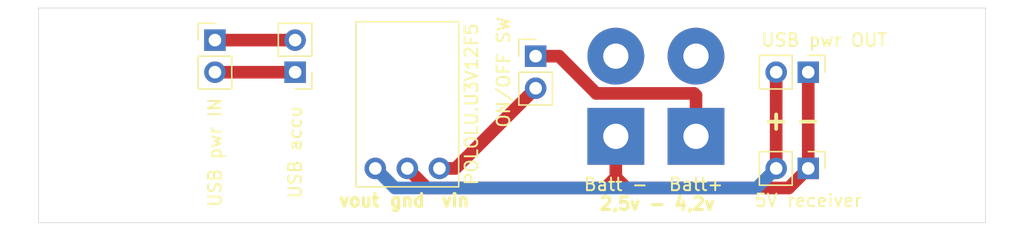
<source format=kicad_pcb>
(kicad_pcb (version 20171130) (host pcbnew "(5.1.5-0-10_14)")

  (general
    (thickness 1.6)
    (drawings 10)
    (tracks 22)
    (zones 0)
    (modules 12)
    (nets 7)
  )

  (page A4)
  (layers
    (0 F.Cu signal)
    (31 B.Cu signal)
    (32 B.Adhes user)
    (33 F.Adhes user)
    (34 B.Paste user)
    (35 F.Paste user)
    (36 B.SilkS user)
    (37 F.SilkS user)
    (38 B.Mask user)
    (39 F.Mask user)
    (40 Dwgs.User user)
    (41 Cmts.User user)
    (42 Eco1.User user)
    (43 Eco2.User user)
    (44 Edge.Cuts user)
    (45 Margin user)
    (46 B.CrtYd user)
    (47 F.CrtYd user)
    (48 B.Fab user)
    (49 F.Fab user)
  )

  (setup
    (last_trace_width 0.25)
    (user_trace_width 1)
    (user_trace_width 2)
    (trace_clearance 0.2)
    (zone_clearance 0.508)
    (zone_45_only no)
    (trace_min 0.2)
    (via_size 0.8)
    (via_drill 0.4)
    (via_min_size 0.4)
    (via_min_drill 0.3)
    (uvia_size 0.3)
    (uvia_drill 0.1)
    (uvias_allowed no)
    (uvia_min_size 0.2)
    (uvia_min_drill 0.1)
    (edge_width 0.05)
    (segment_width 0.2)
    (pcb_text_width 0.3)
    (pcb_text_size 1.5 1.5)
    (mod_edge_width 0.12)
    (mod_text_size 1 1)
    (mod_text_width 0.15)
    (pad_size 1.524 1.524)
    (pad_drill 0.762)
    (pad_to_mask_clearance 0.051)
    (solder_mask_min_width 0.25)
    (aux_axis_origin 0 0)
    (visible_elements FFFFFF7F)
    (pcbplotparams
      (layerselection 0x010f0_ffffffff)
      (usegerberextensions false)
      (usegerberattributes false)
      (usegerberadvancedattributes false)
      (creategerberjobfile false)
      (excludeedgelayer true)
      (linewidth 0.100000)
      (plotframeref false)
      (viasonmask false)
      (mode 1)
      (useauxorigin false)
      (hpglpennumber 1)
      (hpglpenspeed 20)
      (hpglpendiameter 15.000000)
      (psnegative false)
      (psa4output false)
      (plotreference true)
      (plotvalue true)
      (plotinvisibletext false)
      (padsonsilk false)
      (subtractmaskfromsilk false)
      (outputformat 1)
      (mirror false)
      (drillshape 0)
      (scaleselection 1)
      (outputdirectory "gerb/"))
  )

  (net 0 "")
  (net 1 "Net-(J1-Pad1)")
  (net 2 "Net-(J2-Pad1)")
  (net 3 "Net-(J3-Pad1)")
  (net 4 "Net-(J3-Pad2)")
  (net 5 "Net-(J5-Pad2)")
  (net 6 "Net-(J7-Pad2)")

  (net_class Default "This is the default net class."
    (clearance 0.2)
    (trace_width 0.25)
    (via_dia 0.8)
    (via_drill 0.4)
    (uvia_dia 0.3)
    (uvia_drill 0.1)
    (add_net "Net-(J1-Pad1)")
    (add_net "Net-(J2-Pad1)")
    (add_net "Net-(J3-Pad1)")
    (add_net "Net-(J3-Pad2)")
    (add_net "Net-(J5-Pad2)")
    (add_net "Net-(J7-Pad2)")
  )

  (module MountingHole:MountingHole_3.5mm (layer F.Cu) (tedit 56D1B4CB) (tstamp 5EEBDFE9)
    (at 70 5)
    (descr "Mounting Hole 3.5mm, no annular")
    (tags "mounting hole 3.5mm no annular")
    (attr virtual)
    (fp_text reference REF** (at 0 -4.5) (layer F.Fab)
      (effects (font (size 1 1) (thickness 0.15)))
    )
    (fp_text value MountingHole_3.5mm (at 0 4.5) (layer F.Fab)
      (effects (font (size 1 1) (thickness 0.15)))
    )
    (fp_circle (center 0 0) (end 3.75 0) (layer F.CrtYd) (width 0.05))
    (fp_circle (center 0 0) (end 3.5 0) (layer Cmts.User) (width 0.15))
    (fp_text user %R (at 0.3 0) (layer F.Fab)
      (effects (font (size 1 1) (thickness 0.15)))
    )
    (pad 1 np_thru_hole circle (at 0 0) (size 3.5 3.5) (drill 3.5) (layers *.Cu *.Mask))
  )

  (module MountingHole:MountingHole_3.5mm (layer F.Cu) (tedit 56D1B4CB) (tstamp 5EEBDFC5)
    (at 70 12)
    (descr "Mounting Hole 3.5mm, no annular")
    (tags "mounting hole 3.5mm no annular")
    (attr virtual)
    (fp_text reference REF** (at 0 -4.5) (layer F.Fab)
      (effects (font (size 1 1) (thickness 0.15)))
    )
    (fp_text value MountingHole_3.5mm (at 0 4.5) (layer F.Fab)
      (effects (font (size 1 1) (thickness 0.15)))
    )
    (fp_circle (center 0 0) (end 3.75 0) (layer F.CrtYd) (width 0.05))
    (fp_circle (center 0 0) (end 3.5 0) (layer Cmts.User) (width 0.15))
    (fp_text user %R (at 0.3 0) (layer F.Fab)
      (effects (font (size 1 1) (thickness 0.15)))
    )
    (pad 1 np_thru_hole circle (at 0 0) (size 3.5 3.5) (drill 3.5) (layers *.Cu *.Mask))
  )

  (module MountingHole:MountingHole_3.5mm (layer F.Cu) (tedit 56D1B4CB) (tstamp 5EEBDFA1)
    (at 5 12)
    (descr "Mounting Hole 3.5mm, no annular")
    (tags "mounting hole 3.5mm no annular")
    (attr virtual)
    (fp_text reference REF** (at 0 -4.5) (layer F.Fab)
      (effects (font (size 1 1) (thickness 0.15)))
    )
    (fp_text value MountingHole_3.5mm (at 0 4.5) (layer F.Fab)
      (effects (font (size 1 1) (thickness 0.15)))
    )
    (fp_circle (center 0 0) (end 3.75 0) (layer F.CrtYd) (width 0.05))
    (fp_circle (center 0 0) (end 3.5 0) (layer Cmts.User) (width 0.15))
    (fp_text user %R (at 0.3 0) (layer F.Fab)
      (effects (font (size 1 1) (thickness 0.15)))
    )
    (pad 1 np_thru_hole circle (at 0 0) (size 3.5 3.5) (drill 3.5) (layers *.Cu *.Mask))
  )

  (module MountingHole:MountingHole_3.5mm (layer F.Cu) (tedit 56D1B4CB) (tstamp 5EEBDF7D)
    (at 5 5)
    (descr "Mounting Hole 3.5mm, no annular")
    (tags "mounting hole 3.5mm no annular")
    (attr virtual)
    (fp_text reference REF** (at 0 -4.5) (layer F.Fab)
      (effects (font (size 1 1) (thickness 0.15)))
    )
    (fp_text value MountingHole_3.5mm (at 0 4.5) (layer F.Fab)
      (effects (font (size 1 1) (thickness 0.15)))
    )
    (fp_circle (center 0 0) (end 3.75 0) (layer F.CrtYd) (width 0.05))
    (fp_circle (center 0 0) (end 3.5 0) (layer Cmts.User) (width 0.15))
    (fp_text user %R (at 0.3 0) (layer F.Fab)
      (effects (font (size 1 1) (thickness 0.15)))
    )
    (pad 1 np_thru_hole circle (at 0 0) (size 3.5 3.5) (drill 3.5) (layers *.Cu *.Mask))
  )

  (module Connector_Wire:SolderWirePad_1x02_P7.62mm_Drill2mm (layer F.Cu) (tedit 5AEE5F3D) (tstamp 5EEBDDBA)
    (at 52.07 10.16 90)
    (descr "Wire solder connection")
    (tags connector)
    (path /5EF2AA09)
    (attr virtual)
    (fp_text reference J1 (at 3.175 -3.81 90) (layer F.Fab)
      (effects (font (size 1 1) (thickness 0.15)))
    )
    (fp_text value Batt+ (at -3.81 0) (layer F.SilkS)
      (effects (font (size 1 1) (thickness 0.15)))
    )
    (fp_text user %R (at 3.574999 0) (layer F.Fab)
      (effects (font (size 1 1) (thickness 0.15)))
    )
    (fp_line (start -2.75 -2.75) (end 9.09 -2.75) (layer F.CrtYd) (width 0.05))
    (fp_line (start -2.75 -2.75) (end -2.75 2.75) (layer F.CrtYd) (width 0.05))
    (fp_line (start 9.09 2.75) (end 9.09 -2.75) (layer F.CrtYd) (width 0.05))
    (fp_line (start 9.09 2.75) (end -2.75 2.75) (layer F.CrtYd) (width 0.05))
    (pad 1 thru_hole rect (at 0 0 90) (size 4.50088 4.50088) (drill 1.99898) (layers *.Cu *.Mask)
      (net 1 "Net-(J1-Pad1)"))
    (pad 2 thru_hole circle (at 6.35 0 90) (size 4.50088 4.50088) (drill 1.99898) (layers *.Cu *.Mask))
  )

  (module Connector_Wire:SolderWirePad_1x02_P7.62mm_Drill2mm (layer F.Cu) (tedit 5AEE5F3D) (tstamp 5EEBDDC5)
    (at 45.72 10.16 90)
    (descr "Wire solder connection")
    (tags connector)
    (path /5EF2AE46)
    (attr virtual)
    (fp_text reference J2 (at 3.175 -3.81 90) (layer F.Fab)
      (effects (font (size 1 1) (thickness 0.15)))
    )
    (fp_text value "Batt -" (at -3.81 0) (layer F.SilkS)
      (effects (font (size 1 1) (thickness 0.15)))
    )
    (fp_line (start 9.09 2.75) (end -2.75 2.75) (layer F.CrtYd) (width 0.05))
    (fp_line (start 9.09 2.75) (end 9.09 -2.75) (layer F.CrtYd) (width 0.05))
    (fp_line (start -2.75 -2.75) (end -2.75 2.75) (layer F.CrtYd) (width 0.05))
    (fp_line (start -2.75 -2.75) (end 9.09 -2.75) (layer F.CrtYd) (width 0.05))
    (fp_text user %R (at 3.175 0 90) (layer F.Fab)
      (effects (font (size 1 1) (thickness 0.15)))
    )
    (pad 2 thru_hole circle (at 6.35 0 90) (size 4.50088 4.50088) (drill 1.99898) (layers *.Cu *.Mask))
    (pad 1 thru_hole rect (at 0 0 90) (size 4.50088 4.50088) (drill 1.99898) (layers *.Cu *.Mask)
      (net 2 "Net-(J2-Pad1)"))
  )

  (module Connector_PinHeader_2.54mm:PinHeader_1x02_P2.54mm_Vertical (layer F.Cu) (tedit 59FED5CC) (tstamp 5EEBDDDB)
    (at 20.32 5.08 180)
    (descr "Through hole straight pin header, 1x02, 2.54mm pitch, single row")
    (tags "Through hole pin header THT 1x02 2.54mm single row")
    (path /5EF2EA2D)
    (fp_text reference J3 (at 0 -2.33) (layer F.Fab)
      (effects (font (size 1 1) (thickness 0.15)))
    )
    (fp_text value "USB accu" (at 0 -6.35 90) (layer F.SilkS)
      (effects (font (size 1 1) (thickness 0.15)))
    )
    (fp_line (start -0.635 -1.27) (end 1.27 -1.27) (layer F.Fab) (width 0.1))
    (fp_line (start 1.27 -1.27) (end 1.27 3.81) (layer F.Fab) (width 0.1))
    (fp_line (start 1.27 3.81) (end -1.27 3.81) (layer F.Fab) (width 0.1))
    (fp_line (start -1.27 3.81) (end -1.27 -0.635) (layer F.Fab) (width 0.1))
    (fp_line (start -1.27 -0.635) (end -0.635 -1.27) (layer F.Fab) (width 0.1))
    (fp_line (start -1.33 3.87) (end 1.33 3.87) (layer F.SilkS) (width 0.12))
    (fp_line (start -1.33 1.27) (end -1.33 3.87) (layer F.SilkS) (width 0.12))
    (fp_line (start 1.33 1.27) (end 1.33 3.87) (layer F.SilkS) (width 0.12))
    (fp_line (start -1.33 1.27) (end 1.33 1.27) (layer F.SilkS) (width 0.12))
    (fp_line (start -1.33 0) (end -1.33 -1.33) (layer F.SilkS) (width 0.12))
    (fp_line (start -1.33 -1.33) (end 0 -1.33) (layer F.SilkS) (width 0.12))
    (fp_line (start -1.8 -1.8) (end -1.8 4.35) (layer F.CrtYd) (width 0.05))
    (fp_line (start -1.8 4.35) (end 1.8 4.35) (layer F.CrtYd) (width 0.05))
    (fp_line (start 1.8 4.35) (end 1.8 -1.8) (layer F.CrtYd) (width 0.05))
    (fp_line (start 1.8 -1.8) (end -1.8 -1.8) (layer F.CrtYd) (width 0.05))
    (fp_text user %R (at -2.54 1.27 90) (layer F.Fab)
      (effects (font (size 1 1) (thickness 0.15)))
    )
    (pad 1 thru_hole rect (at 0 0 180) (size 1.7 1.7) (drill 1) (layers *.Cu *.Mask)
      (net 3 "Net-(J3-Pad1)"))
    (pad 2 thru_hole oval (at 0 2.54 180) (size 1.7 1.7) (drill 1) (layers *.Cu *.Mask)
      (net 4 "Net-(J3-Pad2)"))
    (model ${KISYS3DMOD}/Connector_PinHeader_2.54mm.3dshapes/PinHeader_1x02_P2.54mm_Vertical.wrl
      (at (xyz 0 0 0))
      (scale (xyz 1 1 1))
      (rotate (xyz 0 0 0))
    )
  )

  (module Connector_PinHeader_2.54mm:PinHeader_1x02_P2.54mm_Vertical (layer F.Cu) (tedit 59FED5CC) (tstamp 5EEBDDF1)
    (at 13.97 2.54)
    (descr "Through hole straight pin header, 1x02, 2.54mm pitch, single row")
    (tags "Through hole pin header THT 1x02 2.54mm single row")
    (path /5EF29440)
    (fp_text reference J4 (at 0 -2.33) (layer F.Fab)
      (effects (font (size 1 1) (thickness 0.15)))
    )
    (fp_text value "USB pwr IN" (at 0 8.89 90) (layer F.SilkS)
      (effects (font (size 1 1) (thickness 0.15)))
    )
    (fp_text user %R (at -0.475001 0.514999 90) (layer F.Fab)
      (effects (font (size 1 1) (thickness 0.15)))
    )
    (fp_line (start 1.8 -1.8) (end -1.8 -1.8) (layer F.CrtYd) (width 0.05))
    (fp_line (start 1.8 4.35) (end 1.8 -1.8) (layer F.CrtYd) (width 0.05))
    (fp_line (start -1.8 4.35) (end 1.8 4.35) (layer F.CrtYd) (width 0.05))
    (fp_line (start -1.8 -1.8) (end -1.8 4.35) (layer F.CrtYd) (width 0.05))
    (fp_line (start -1.33 -1.33) (end 0 -1.33) (layer F.SilkS) (width 0.12))
    (fp_line (start -1.33 0) (end -1.33 -1.33) (layer F.SilkS) (width 0.12))
    (fp_line (start -1.33 1.27) (end 1.33 1.27) (layer F.SilkS) (width 0.12))
    (fp_line (start 1.33 1.27) (end 1.33 3.87) (layer F.SilkS) (width 0.12))
    (fp_line (start -1.33 1.27) (end -1.33 3.87) (layer F.SilkS) (width 0.12))
    (fp_line (start -1.33 3.87) (end 1.33 3.87) (layer F.SilkS) (width 0.12))
    (fp_line (start -1.27 -0.635) (end -0.635 -1.27) (layer F.Fab) (width 0.1))
    (fp_line (start -1.27 3.81) (end -1.27 -0.635) (layer F.Fab) (width 0.1))
    (fp_line (start 1.27 3.81) (end -1.27 3.81) (layer F.Fab) (width 0.1))
    (fp_line (start 1.27 -1.27) (end 1.27 3.81) (layer F.Fab) (width 0.1))
    (fp_line (start -0.635 -1.27) (end 1.27 -1.27) (layer F.Fab) (width 0.1))
    (pad 2 thru_hole oval (at 0 2.54) (size 1.7 1.7) (drill 1) (layers *.Cu *.Mask)
      (net 3 "Net-(J3-Pad1)"))
    (pad 1 thru_hole rect (at 0 0) (size 1.7 1.7) (drill 1) (layers *.Cu *.Mask)
      (net 4 "Net-(J3-Pad2)"))
    (model ${KISYS3DMOD}/Connector_PinHeader_2.54mm.3dshapes/PinHeader_1x02_P2.54mm_Vertical.wrl
      (at (xyz 0 0 0))
      (scale (xyz 1 1 1))
      (rotate (xyz 0 0 0))
    )
  )

  (module Connector_PinHeader_2.54mm:PinHeader_1x02_P2.54mm_Vertical (layer F.Cu) (tedit 59FED5CC) (tstamp 5EEBDE07)
    (at 60.96 5.08 270)
    (descr "Through hole straight pin header, 1x02, 2.54mm pitch, single row")
    (tags "Through hole pin header THT 1x02 2.54mm single row")
    (path /5EF29BB6)
    (fp_text reference J5 (at 0 -2.33 90) (layer F.Fab)
      (effects (font (size 1 1) (thickness 0.15)))
    )
    (fp_text value "USB pwr OUT" (at -2.54 -1.27) (layer F.SilkS)
      (effects (font (size 1 1) (thickness 0.15)))
    )
    (fp_line (start -0.635 -1.27) (end 1.27 -1.27) (layer F.Fab) (width 0.1))
    (fp_line (start 1.27 -1.27) (end 1.27 3.81) (layer F.Fab) (width 0.1))
    (fp_line (start 1.27 3.81) (end -1.27 3.81) (layer F.Fab) (width 0.1))
    (fp_line (start -1.27 3.81) (end -1.27 -0.635) (layer F.Fab) (width 0.1))
    (fp_line (start -1.27 -0.635) (end -0.635 -1.27) (layer F.Fab) (width 0.1))
    (fp_line (start -1.33 3.87) (end 1.33 3.87) (layer F.SilkS) (width 0.12))
    (fp_line (start -1.33 1.27) (end -1.33 3.87) (layer F.SilkS) (width 0.12))
    (fp_line (start 1.33 1.27) (end 1.33 3.87) (layer F.SilkS) (width 0.12))
    (fp_line (start -1.33 1.27) (end 1.33 1.27) (layer F.SilkS) (width 0.12))
    (fp_line (start -1.33 0) (end -1.33 -1.33) (layer F.SilkS) (width 0.12))
    (fp_line (start -1.33 -1.33) (end 0 -1.33) (layer F.SilkS) (width 0.12))
    (fp_line (start -1.8 -1.8) (end -1.8 4.35) (layer F.CrtYd) (width 0.05))
    (fp_line (start -1.8 4.35) (end 1.8 4.35) (layer F.CrtYd) (width 0.05))
    (fp_line (start 1.8 4.35) (end 1.8 -1.8) (layer F.CrtYd) (width 0.05))
    (fp_line (start 1.8 -1.8) (end -1.8 -1.8) (layer F.CrtYd) (width 0.05))
    (fp_text user %R (at 0 1.27) (layer F.Fab)
      (effects (font (size 1 1) (thickness 0.15)))
    )
    (pad 1 thru_hole rect (at 0 0 270) (size 1.7 1.7) (drill 1) (layers *.Cu *.Mask)
      (net 2 "Net-(J2-Pad1)"))
    (pad 2 thru_hole oval (at 0 2.54 270) (size 1.7 1.7) (drill 1) (layers *.Cu *.Mask)
      (net 5 "Net-(J5-Pad2)"))
    (model ${KISYS3DMOD}/Connector_PinHeader_2.54mm.3dshapes/PinHeader_1x02_P2.54mm_Vertical.wrl
      (at (xyz 0 0 0))
      (scale (xyz 1 1 1))
      (rotate (xyz 0 0 0))
    )
  )

  (module Connector_PinHeader_2.54mm:PinHeader_1x02_P2.54mm_Vertical (layer F.Cu) (tedit 59FED5CC) (tstamp 5EEBDE1D)
    (at 60.96 12.7 270)
    (descr "Through hole straight pin header, 1x02, 2.54mm pitch, single row")
    (tags "Through hole pin header THT 1x02 2.54mm single row")
    (path /5EF2A2A9)
    (fp_text reference J6 (at 0 -2.33 90) (layer F.Fab)
      (effects (font (size 1 1) (thickness 0.15)))
    )
    (fp_text value "5V receiver" (at 2.54 0) (layer F.SilkS)
      (effects (font (size 1 1) (thickness 0.15)))
    )
    (fp_text user %R (at 0 1.27) (layer F.Fab)
      (effects (font (size 1 1) (thickness 0.15)))
    )
    (fp_line (start 1.8 -1.8) (end -1.8 -1.8) (layer F.CrtYd) (width 0.05))
    (fp_line (start 1.8 4.35) (end 1.8 -1.8) (layer F.CrtYd) (width 0.05))
    (fp_line (start -1.8 4.35) (end 1.8 4.35) (layer F.CrtYd) (width 0.05))
    (fp_line (start -1.8 -1.8) (end -1.8 4.35) (layer F.CrtYd) (width 0.05))
    (fp_line (start -1.33 -1.33) (end 0 -1.33) (layer F.SilkS) (width 0.12))
    (fp_line (start -1.33 0) (end -1.33 -1.33) (layer F.SilkS) (width 0.12))
    (fp_line (start -1.33 1.27) (end 1.33 1.27) (layer F.SilkS) (width 0.12))
    (fp_line (start 1.33 1.27) (end 1.33 3.87) (layer F.SilkS) (width 0.12))
    (fp_line (start -1.33 1.27) (end -1.33 3.87) (layer F.SilkS) (width 0.12))
    (fp_line (start -1.33 3.87) (end 1.33 3.87) (layer F.SilkS) (width 0.12))
    (fp_line (start -1.27 -0.635) (end -0.635 -1.27) (layer F.Fab) (width 0.1))
    (fp_line (start -1.27 3.81) (end -1.27 -0.635) (layer F.Fab) (width 0.1))
    (fp_line (start 1.27 3.81) (end -1.27 3.81) (layer F.Fab) (width 0.1))
    (fp_line (start 1.27 -1.27) (end 1.27 3.81) (layer F.Fab) (width 0.1))
    (fp_line (start -0.635 -1.27) (end 1.27 -1.27) (layer F.Fab) (width 0.1))
    (pad 2 thru_hole oval (at 0 2.54 270) (size 1.7 1.7) (drill 1) (layers *.Cu *.Mask)
      (net 5 "Net-(J5-Pad2)"))
    (pad 1 thru_hole rect (at 0 0 270) (size 1.7 1.7) (drill 1) (layers *.Cu *.Mask)
      (net 2 "Net-(J2-Pad1)"))
    (model ${KISYS3DMOD}/Connector_PinHeader_2.54mm.3dshapes/PinHeader_1x02_P2.54mm_Vertical.wrl
      (at (xyz 0 0 0))
      (scale (xyz 1 1 1))
      (rotate (xyz 0 0 0))
    )
  )

  (module Connector_PinHeader_2.54mm:PinHeader_1x02_P2.54mm_Vertical (layer F.Cu) (tedit 59FED5CC) (tstamp 5EEBDE33)
    (at 39.37 3.81)
    (descr "Through hole straight pin header, 1x02, 2.54mm pitch, single row")
    (tags "Through hole pin header THT 1x02 2.54mm single row")
    (path /5EF28F9E)
    (fp_text reference J7 (at 0 -2.33) (layer F.Fab)
      (effects (font (size 1 1) (thickness 0.15)))
    )
    (fp_text value "ON/OFF SW" (at -2.54 1.27 -90) (layer F.SilkS)
      (effects (font (size 1 1) (thickness 0.15)))
    )
    (fp_line (start -0.635 -1.27) (end 1.27 -1.27) (layer F.Fab) (width 0.1))
    (fp_line (start 1.27 -1.27) (end 1.27 3.81) (layer F.Fab) (width 0.1))
    (fp_line (start 1.27 3.81) (end -1.27 3.81) (layer F.Fab) (width 0.1))
    (fp_line (start -1.27 3.81) (end -1.27 -0.635) (layer F.Fab) (width 0.1))
    (fp_line (start -1.27 -0.635) (end -0.635 -1.27) (layer F.Fab) (width 0.1))
    (fp_line (start -1.33 3.87) (end 1.33 3.87) (layer F.SilkS) (width 0.12))
    (fp_line (start -1.33 1.27) (end -1.33 3.87) (layer F.SilkS) (width 0.12))
    (fp_line (start 1.33 1.27) (end 1.33 3.87) (layer F.SilkS) (width 0.12))
    (fp_line (start -1.33 1.27) (end 1.33 1.27) (layer F.SilkS) (width 0.12))
    (fp_line (start -1.33 0) (end -1.33 -1.33) (layer F.SilkS) (width 0.12))
    (fp_line (start -1.33 -1.33) (end 0 -1.33) (layer F.SilkS) (width 0.12))
    (fp_line (start -1.8 -1.8) (end -1.8 4.35) (layer F.CrtYd) (width 0.05))
    (fp_line (start -1.8 4.35) (end 1.8 4.35) (layer F.CrtYd) (width 0.05))
    (fp_line (start 1.8 4.35) (end 1.8 -1.8) (layer F.CrtYd) (width 0.05))
    (fp_line (start 1.8 -1.8) (end -1.8 -1.8) (layer F.CrtYd) (width 0.05))
    (fp_text user %R (at 0 1.27 90) (layer F.Fab)
      (effects (font (size 1 1) (thickness 0.15)))
    )
    (pad 1 thru_hole rect (at 0 0) (size 1.7 1.7) (drill 1) (layers *.Cu *.Mask)
      (net 1 "Net-(J1-Pad1)"))
    (pad 2 thru_hole oval (at 0 2.54) (size 1.7 1.7) (drill 1) (layers *.Cu *.Mask)
      (net 6 "Net-(J7-Pad2)"))
    (model ${KISYS3DMOD}/Connector_PinHeader_2.54mm.3dshapes/PinHeader_1x02_P2.54mm_Vertical.wrl
      (at (xyz 0 0 0))
      (scale (xyz 1 1 1))
      (rotate (xyz 0 0 0))
    )
  )

  (module "Components power:Pololu.U3V12F5" (layer F.Cu) (tedit 5EC124F1) (tstamp 5EEBDE3E)
    (at 29.21 7.62)
    (path /5EF2BA2A)
    (fp_text reference U1 (at 0 8.89) (layer F.Fab)
      (effects (font (size 1 1) (thickness 0.15)))
    )
    (fp_text value POLOLU.U3V12F5 (at 5.08 0 -270) (layer F.SilkS)
      (effects (font (size 1 1) (thickness 0.15)))
    )
    (fp_line (start -4.064 -6.5405) (end 4.064 -6.5405) (layer F.SilkS) (width 0.12))
    (fp_line (start 4.064 -6.5405) (end 4.064 6.5405) (layer F.SilkS) (width 0.12))
    (fp_line (start 4.064 6.5405) (end -4.064 6.5405) (layer F.SilkS) (width 0.12))
    (fp_line (start -4.064 6.5405) (end -4.064 -6.5405) (layer F.SilkS) (width 0.12))
    (pad 3 thru_hole circle (at -2.54 5.08) (size 1.7 1.7) (drill 1) (layers *.Cu *.Mask)
      (net 5 "Net-(J5-Pad2)"))
    (pad 2 thru_hole circle (at 0 5.08) (size 1.7 1.7) (drill 1) (layers *.Cu *.Mask)
      (net 2 "Net-(J2-Pad1)"))
    (pad 1 thru_hole circle (at 2.54 5.08) (size 1.7 1.7) (drill 1) (layers *.Cu *.Mask)
      (net 6 "Net-(J7-Pad2)"))
  )

  (gr_text "2,5v - 4,2v" (at 49 15.5) (layer F.SilkS)
    (effects (font (size 1 1) (thickness 0.25)))
  )
  (gr_text + (at 58.42 8.89) (layer F.SilkS)
    (effects (font (size 1.5 1.5) (thickness 0.3)))
  )
  (gr_text - (at 60.96 8.89) (layer F.SilkS)
    (effects (font (size 1.5 1.5) (thickness 0.3)))
  )
  (gr_text gnd (at 29.21 15.24) (layer F.SilkS)
    (effects (font (size 1 1) (thickness 0.25)))
  )
  (gr_text vout (at 25.4 15.24) (layer F.SilkS)
    (effects (font (size 1 1) (thickness 0.25)))
  )
  (gr_text vin (at 33.02 15.24) (layer F.SilkS)
    (effects (font (size 1 1) (thickness 0.25)))
  )
  (gr_line (start 0 0) (end 0 17) (layer Edge.Cuts) (width 0.05) (tstamp 5EEBDF59))
  (gr_line (start 75 17) (end 75 0) (layer Edge.Cuts) (width 0.05) (tstamp 5EEBDF58))
  (gr_line (start 0 17) (end 75 17) (layer Edge.Cuts) (width 0.05))
  (gr_line (start 0 0) (end 75 0) (layer Edge.Cuts) (width 0.05))

  (segment (start 41.22 3.81) (end 39.37 3.81) (width 1) (layer F.Cu) (net 1))
  (segment (start 44.170441 6.760441) (end 41.22 3.81) (width 1) (layer F.Cu) (net 1))
  (segment (start 51.920881 6.760441) (end 44.170441 6.760441) (width 1) (layer F.Cu) (net 1))
  (segment (start 52.07 6.90956) (end 51.920881 6.760441) (width 1) (layer F.Cu) (net 1))
  (segment (start 52.07 10.16) (end 52.07 6.90956) (width 1) (layer F.Cu) (net 1))
  (segment (start 60.96 5.08) (end 60.96 12.7) (width 1) (layer F.Cu) (net 2))
  (segment (start 46.559561 14.250001) (end 59.409999 14.250001) (width 1) (layer F.Cu) (net 2))
  (segment (start 59.409999 14.250001) (end 60.96 12.7) (width 1) (layer F.Cu) (net 2))
  (segment (start 45.72 13.41044) (end 46.559561 14.250001) (width 1) (layer F.Cu) (net 2))
  (segment (start 44.880439 14.250001) (end 45.72 13.41044) (width 1) (layer F.Cu) (net 2))
  (segment (start 30.760001 14.250001) (end 44.880439 14.250001) (width 1) (layer F.Cu) (net 2))
  (segment (start 45.72 13.41044) (end 45.72 10.16) (width 1) (layer F.Cu) (net 2))
  (segment (start 29.21 12.7) (end 30.760001 14.250001) (width 1) (layer F.Cu) (net 2))
  (segment (start 20.32 5.08) (end 13.97 5.08) (width 1) (layer F.Cu) (net 3))
  (segment (start 13.97 2.54) (end 20.32 2.54) (width 1) (layer F.Cu) (net 4))
  (segment (start 58.42 12.7) (end 58.42 5.08) (width 1) (layer F.Cu) (net 5))
  (segment (start 57.570001 13.549999) (end 58.42 12.7) (width 1) (layer B.Cu) (net 5))
  (segment (start 56.869999 14.250001) (end 57.570001 13.549999) (width 1) (layer B.Cu) (net 5))
  (segment (start 28.220001 14.250001) (end 56.869999 14.250001) (width 1) (layer B.Cu) (net 5))
  (segment (start 26.67 12.7) (end 28.220001 14.250001) (width 1) (layer B.Cu) (net 5))
  (segment (start 33.02 12.7) (end 39.37 6.35) (width 1) (layer F.Cu) (net 6))
  (segment (start 31.75 12.7) (end 33.02 12.7) (width 1) (layer F.Cu) (net 6))

)

</source>
